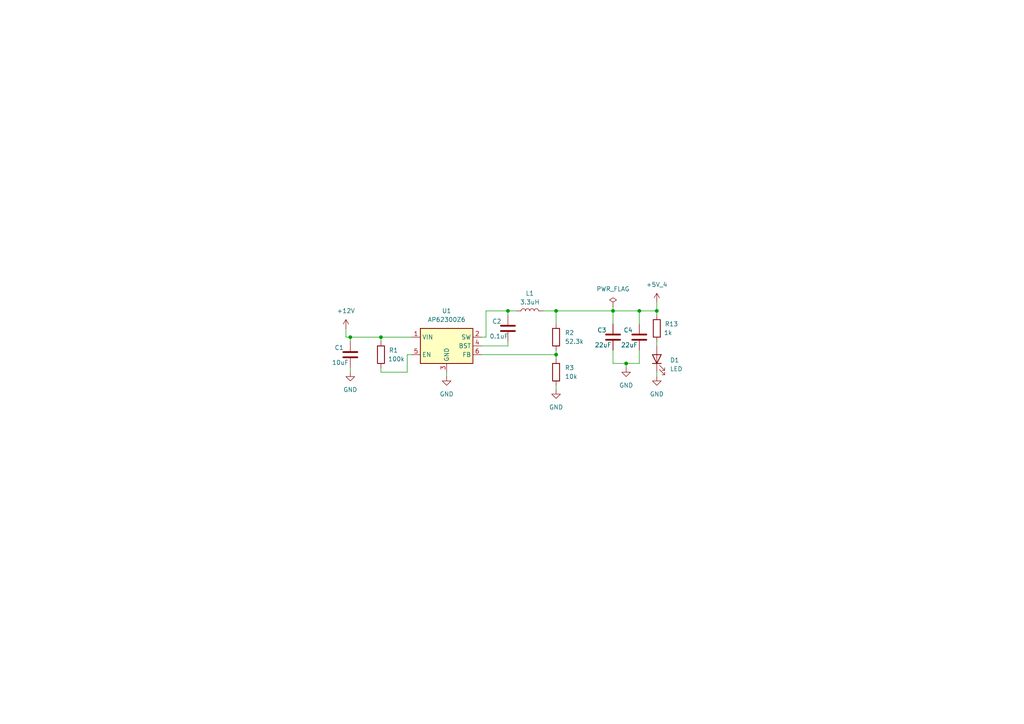
<source format=kicad_sch>
(kicad_sch (version 20231120) (generator "eeschema") (generator_version "8.0")
  (paper "A4")
  (lib_symbols
    (symbol "Device:C" (pin_numbers hide) (pin_names (offset 0.254))
      (property "Reference" "C" (at 0.635 2.54 0))
      (property "Value" "C" (at 0.635 -2.54 0))
      (symbol "C_0_1"
        (polyline (pts (xy -2.032 -0.762) (xy 2.032 -0.762)) (stroke (width 0.508)))
        (polyline (pts (xy -2.032 0.762) (xy 2.032 0.762)) (stroke (width 0.508)))
      )
      (symbol "C_1_1"
        (pin passive line (at 0 3.81 270) (length 2.794) (name "~") (number "1"))
        (pin passive line (at 0 -3.81 90) (length 2.794) (name "~") (number "2"))
      )
    )
    (symbol "Device:L" (pin_numbers hide) (pin_names (offset 1.016) hide)
      (property "Reference" "L" (at -1.27 0 90))
      (property "Value" "L" (at 1.905 0 90))
      (symbol "L_0_1"
        (arc (start 0 -2.54) (mid 0.6323 -1.905) (end 0 -1.27))
        (arc (start 0 -1.27) (mid 0.6323 -0.635) (end 0 0))
        (arc (start 0 0) (mid 0.6323 0.635) (end 0 1.27))
        (arc (start 0 1.27) (mid 0.6323 1.905) (end 0 2.54))
      )
      (symbol "L_1_1"
        (pin passive line (at 0 3.81 270) (length 1.27) (name "1") (number "1"))
        (pin passive line (at 0 -3.81 90) (length 1.27) (name "2") (number "2"))
      )
    )
    (symbol "Device:LED" (pin_numbers hide) (pin_names (offset 1.016) hide)
      (property "Reference" "D" (at 0 2.54 0))
      (property "Value" "LED" (at 0 -2.54 0))
      (symbol "LED_0_1"
        (polyline (pts (xy -1.27 -1.27) (xy -1.27 1.27)) (stroke (width 0.254)))
        (polyline (pts (xy -1.27 0) (xy 1.27 0)))
        (polyline (pts (xy 1.27 -1.27) (xy 1.27 1.27) (xy -1.27 0) (xy 1.27 -1.27)) (stroke (width 0.254)))
        (polyline (pts (xy -3.048 -0.762) (xy -4.572 -2.286) (xy -3.81 -2.286) (xy -4.572 -2.286) (xy -4.572 -1.524)))
        (polyline (pts (xy -1.778 -0.762) (xy -3.302 -2.286) (xy -2.54 -2.286) (xy -3.302 -2.286) (xy -3.302 -1.524)))
      )
      (symbol "LED_1_1"
        (pin passive line (at -3.81 0 0) (length 2.54) (name "K") (number "1"))
        (pin passive line (at 3.81 0 180) (length 2.54) (name "A") (number "2"))
      )
    )
    (symbol "Device:R" (pin_numbers hide) (pin_names (offset 0))
      (property "Reference" "R" (at 2.032 0 90))
      (property "Value" "R" (at 0 0 90))
      (symbol "R_0_1"
        (rectangle (start -1.016 -2.54) (end 1.016 2.54) (stroke (width 0.254)))
      )
      (symbol "R_1_1"
        (pin passive line (at 0 3.81 270) (length 1.27) (name "~") (number "1"))
        (pin passive line (at 0 -3.81 90) (length 1.27) (name "~") (number "2"))
      )
    )
    (symbol "Regulator_Switching:AP62300Z6"
      (property "Reference" "U" (at -7.62 6.35 0))
      (property "Value" "AP62300Z6" (at 6.35 -6.35 0))
      (symbol "AP62300Z6_0_1"
        (rectangle (start -7.62 5.08) (end 7.62 -5.08) (stroke (width 0.254)) (fill (type background)))
      )
      (symbol "AP62300Z6_1_1"
        (pin power_in line (at -10.16 2.54 0) (length 2.54) (name "VIN") (number "1"))
        (pin output line (at 10.16 2.54 180) (length 2.54) (name "SW") (number "2"))
        (pin power_in line (at 0 -7.62 90) (length 2.54) (name "GND") (number "3"))
        (pin passive line (at 10.16 0 180) (length 2.54) (name "BST") (number "4"))
        (pin input line (at -10.16 -2.54 0) (length 2.54) (name "EN") (number "5"))
        (pin input line (at 10.16 -2.54 180) (length 2.54) (name "FB") (number "6"))
      )
    )
    (symbol "power:+12V" (power) (pin_numbers hide) (pin_names (offset 0) hide)
      (property "Value" "+12V" (at 0 3.556 0))
      (symbol "+12V_0_1"
        (polyline (pts (xy -0.762 1.27) (xy 0 2.54)))
        (polyline (pts (xy 0 0) (xy 0 2.54)))
        (polyline (pts (xy 0 2.54) (xy 0.762 1.27)))
      )
      (symbol "+12V_1_1"
        (pin power_in line (at 0 0 90) (length 0) (name "~") (number "1"))
      )
    )
    (symbol "power:+5V" (power) (pin_numbers hide) (pin_names (offset 0) hide)
      (property "Value" "+5V" (at 0 3.556 0))
      (symbol "+5V_0_1"
        (polyline (pts (xy -0.762 1.27) (xy 0 2.54)))
        (polyline (pts (xy 0 0) (xy 0 2.54)))
        (polyline (pts (xy 0 2.54) (xy 0.762 1.27)))
      )
      (symbol "+5V_1_1"
        (pin power_in line (at 0 0 90) (length 0) (name "~") (number "1"))
      )
    )
    (symbol "power:GND" (power) (pin_numbers hide) (pin_names (offset 0) hide)
      (property "Value" "GND" (at 0 -3.81 0))
      (symbol "GND_0_1"
        (polyline (pts (xy 0 0) (xy 0 -1.27) (xy 1.27 -1.27) (xy 0 -2.54) (xy -1.27 -1.27) (xy 0 -1.27)))
      )
      (symbol "GND_1_1"
        (pin power_in line (at 0 0 270) (length 0) (name "~") (number "1"))
      )
    )
    (symbol "power:PWR_FLAG" (power) (pin_numbers hide) (pin_names (offset 0) hide)
      (property "Value" "PWR_FLAG" (at 0 3.81 0))
      (symbol "PWR_FLAG_0_0"
        (pin power_out line (at 0 0 90) (length 0) (name "~") (number "1"))
      )
      (symbol "PWR_FLAG_0_1"
        (polyline (pts (xy 0 0) (xy 0 1.27) (xy -1.016 1.905) (xy 0 2.54) (xy 1.016 1.905) (xy 0 1.27)))
      )
    )
  )
  (junction (at 110.49 97.79))
  (junction (at 177.8 90.17))
  (junction (at 101.6 97.79))
  (junction (at 161.29 102.87))
  (junction (at 190.5 90.17))
  (junction (at 185.42 90.17))
  (junction (at 161.29 90.17))
  (junction (at 181.61 105.41))
  (junction (at 147.32 90.17))
  (wire (pts (xy 139.7 97.79) (xy 140.97 97.79)))
  (wire (pts (xy 157.48 90.17) (xy 161.29 90.17)))
  (wire (pts (xy 140.97 97.79) (xy 140.97 90.17)))
  (wire (pts (xy 177.8 101.6) (xy 177.8 105.41)))
  (wire (pts (xy 140.97 90.17) (xy 147.32 90.17)))
  (wire (pts (xy 129.54 107.95) (xy 129.54 109.22)))
  (wire (pts (xy 185.42 90.17) (xy 190.5 90.17)))
  (wire (pts (xy 177.8 90.17) (xy 177.8 93.98)))
  (wire (pts (xy 190.5 99.06) (xy 190.5 100.33)))
  (wire (pts (xy 110.49 97.79) (xy 110.49 99.06)))
  (wire (pts (xy 181.61 105.41) (xy 185.42 105.41)))
  (wire (pts (xy 190.5 91.44) (xy 190.5 90.17)))
  (wire (pts (xy 161.29 90.17) (xy 161.29 93.98)))
  (wire (pts (xy 177.8 90.17) (xy 185.42 90.17)))
  (wire (pts (xy 100.33 95.25) (xy 100.33 97.79)))
  (wire (pts (xy 101.6 97.79) (xy 110.49 97.79)))
  (wire (pts (xy 161.29 111.76) (xy 161.29 113.03)))
  (wire (pts (xy 161.29 90.17) (xy 177.8 90.17)))
  (wire (pts (xy 181.61 105.41) (xy 181.61 106.68)))
  (wire (pts (xy 139.7 100.33) (xy 147.32 100.33)))
  (wire (pts (xy 185.42 90.17) (xy 185.42 93.98)))
  (wire (pts (xy 110.49 107.95) (xy 118.11 107.95)))
  (wire (pts (xy 101.6 99.06) (xy 101.6 97.79)))
  (wire (pts (xy 110.49 106.68) (xy 110.49 107.95)))
  (wire (pts (xy 118.11 102.87) (xy 119.38 102.87)))
  (wire (pts (xy 110.49 97.79) (xy 119.38 97.79)))
  (wire (pts (xy 185.42 101.6) (xy 185.42 105.41)))
  (wire (pts (xy 190.5 87.63) (xy 190.5 90.17)))
  (wire (pts (xy 177.8 105.41) (xy 181.61 105.41)))
  (wire (pts (xy 177.8 88.9) (xy 177.8 90.17)))
  (wire (pts (xy 147.32 90.17) (xy 147.32 91.44)))
  (wire (pts (xy 139.7 102.87) (xy 161.29 102.87)))
  (wire (pts (xy 100.33 97.79) (xy 101.6 97.79)))
  (wire (pts (xy 161.29 101.6) (xy 161.29 102.87)))
  (wire (pts (xy 147.32 90.17) (xy 149.86 90.17)))
  (wire (pts (xy 190.5 107.95) (xy 190.5 109.22)))
  (wire (pts (xy 147.32 100.33) (xy 147.32 99.06)))
  (wire (pts (xy 118.11 107.95) (xy 118.11 102.87)))
  (wire (pts (xy 101.6 106.68) (xy 101.6 107.95)))
  (wire (pts (xy 161.29 102.87) (xy 161.29 104.14)))
  (symbol (lib_id "Device:R") (at 110.49 102.87 0) (unit 1)
    (property "Reference" "R1" (at 112.776 101.6 0) (effects (justify left)))
    (property "Value" "100k" (at 112.522 104.14 0) (effects (justify left)))
    (property "Footprint" "Resistor_SMD:R_0603_1608Metric" (effects (hide yes)))
    (property "Description" "Resistor" (effects (hide yes)))
  )
  (symbol (lib_id "Device:R") (at 190.5 95.25 0) (unit 1)
    (property "Reference" "R13" (at 192.786 93.98 0) (effects (justify left)))
    (property "Value" "1k" (at 192.532 96.52 0) (effects (justify left)))
    (property "Footprint" "Resistor_SMD:R_0603_1608Metric" (effects (hide yes)))
    (property "Description" "Resistor" (effects (hide yes)))
  )
  (symbol (lib_id "power:GND") (at 181.61 106.68 0) (unit 1)
    (property "Reference" "#PWR05" (effects (hide yes)))
    (property "Value" "GND" (at 181.61 111.76 0))
    (property "Description" "Power symbol creates a global label with name \"GND\" , ground" (effects (hide yes)))
  )
  (symbol (lib_id "power:+5V") (at 190.5 87.63 0) (unit 1)
    (property "Reference" "#PWR06" (effects (hide yes)))
    (property "Value" "+5V_4" (at 190.5 82.55 0))
    (property "Description" "Power symbol creates a global label with name \"+5V\"" (effects (hide yes)))
  )
  (symbol (lib_id "Device:C") (at 101.6 102.87 0) (unit 1)
    (property "Reference" "C1" (at 97.028 100.838 0) (effects (justify left)))
    (property "Value" "10uF" (at 96.266 105.156 0) (effects (justify left)))
    (property "Footprint" "Capacitor_SMD:C_1206_3216Metric" (effects (hide yes)))
    (property "Description" "Unpolarized capacitor" (effects (hide yes)))
  )
  (symbol (lib_id "Regulator_Switching:AP62300Z6") (at 129.54 100.33 0) (unit 1)
    (property "Reference" "U1" (at 129.54 90.17 0))
    (property "Value" "AP62300Z6" (at 129.54 92.71 0))
    (property "Footprint" "Package_TO_SOT_SMD:SOT-563" (effects (hide yes)))
    (property "Datasheet" "https://www.diodes.com/assets/Datasheets/AP62300_AP62301_AP62300T.pdf" (effects (hide yes)))
    (property "Description" "3A, 1.3MHz Buck DC/DC Converter, adjustable output voltage, SOT-563" (effects (hide yes)))
  )
  (symbol (lib_id "power:GND") (at 190.5 109.22 0) (unit 1)
    (property "Reference" "#PWR033" (effects (hide yes)))
    (property "Value" "GND" (at 190.5 114.3 0))
    (property "Description" "Power symbol creates a global label with name \"GND\" , ground" (effects (hide yes)))
  )
  (symbol (lib_id "Device:C") (at 185.42 97.79 0) (unit 1)
    (property "Reference" "C4" (at 180.848 95.758 0) (effects (justify left)))
    (property "Value" "22uF" (at 180.086 100.076 0) (effects (justify left)))
    (property "Footprint" "Capacitor_SMD:C_1206_3216Metric" (effects (hide yes)))
    (property "Description" "Unpolarized capacitor" (effects (hide yes)))
  )
  (symbol (lib_id "Device:C") (at 147.32 95.25 0) (unit 1)
    (property "Reference" "C2" (at 142.748 93.218 0) (effects (justify left)))
    (property "Value" "0.1uF" (at 141.986 97.536 0) (effects (justify left)))
    (property "Footprint" "Capacitor_SMD:C_0603_1608Metric" (effects (hide yes)))
    (property "Description" "Unpolarized capacitor" (effects (hide yes)))
  )
  (symbol (lib_id "Device:C") (at 177.8 97.79 0) (unit 1)
    (property "Reference" "C3" (at 173.228 95.758 0) (effects (justify left)))
    (property "Value" "22uF" (at 172.466 100.076 0) (effects (justify left)))
    (property "Footprint" "Capacitor_SMD:C_1206_3216Metric" (effects (hide yes)))
    (property "Description" "Unpolarized capacitor" (effects (hide yes)))
  )
  (symbol (lib_id "power:GND") (at 161.29 113.03 0) (unit 1)
    (property "Reference" "#PWR04" (effects (hide yes)))
    (property "Value" "GND" (at 161.29 118.11 0))
    (property "Description" "Power symbol creates a global label with name \"GND\" , ground" (effects (hide yes)))
  )
  (symbol (lib_id "Device:R") (at 161.29 107.95 0) (unit 1)
    (property "Reference" "R3" (at 163.83 106.6799 0) (effects (justify left)))
    (property "Value" "10k" (at 163.83 109.2199 0) (effects (justify left)))
    (property "Footprint" "Resistor_SMD:R_0603_1608Metric" (effects (hide yes)))
    (property "Description" "Resistor" (effects (hide yes)))
  )
  (symbol (lib_id "power:GND") (at 101.6 107.95 0) (unit 1)
    (property "Reference" "#PWR02" (effects (hide yes)))
    (property "Value" "GND" (at 101.6 113.03 0))
    (property "Description" "Power symbol creates a global label with name \"GND\" , ground" (effects (hide yes)))
  )
  (symbol (lib_id "Device:L") (at 153.67 90.17 90) (unit 1)
    (property "Reference" "L1" (at 153.67 85.09 90))
    (property "Value" "3.3uH" (at 153.67 87.63 90))
    (property "Footprint" "Inductor_SMD:L_TDK_VLS6045EX_VLS6045AF" (effects (hide yes)))
    (property "Description" "Inductor" (effects (hide yes)))
  )
  (symbol (lib_id "Device:R") (at 161.29 97.79 0) (unit 1)
    (property "Reference" "R2" (at 163.83 96.5199 0) (effects (justify left)))
    (property "Value" "52.3k" (at 163.83 99.0599 0) (effects (justify left)))
    (property "Footprint" "Resistor_SMD:R_0603_1608Metric" (effects (hide yes)))
    (property "Description" "Resistor" (effects (hide yes)))
  )
  (symbol (lib_id "power:+12V") (at 100.33 95.25 0) (unit 1)
    (property "Reference" "#PWR01" (effects (hide yes)))
    (property "Value" "+12V" (at 100.33 90.17 0))
    (property "Description" "Power symbol creates a global label with name \"+12V\"" (effects (hide yes)))
  )
  (symbol (lib_id "power:PWR_FLAG") (at 177.8 88.9 0) (unit 1)
    (property "Reference" "#FLG01" (effects (hide yes)))
    (property "Value" "PWR_FLAG" (at 177.8 83.82 0))
    (property "Description" "Special symbol for telling ERC where power comes from" (effects (hide yes)))
  )
  (symbol (lib_id "Device:LED") (at 190.5 104.14 90) (unit 1)
    (property "Reference" "D1" (at 194.31 104.4574 90) (effects (justify right)))
    (property "Value" "LED" (at 194.31 106.9974 90) (effects (justify right)))
    (property "Footprint" "LED_SMD:LED_0603_1608Metric" (effects (hide yes)))
    (property "Description" "Light emitting diode" (effects (hide yes)))
  )
  (symbol (lib_id "power:GND") (at 129.54 109.22 0) (unit 1)
    (property "Reference" "#PWR03" (effects (hide yes)))
    (property "Value" "GND" (at 129.54 114.3 0))
    (property "Description" "Power symbol creates a global label with name \"GND\" , ground" (effects (hide yes)))
  )
)
</source>
